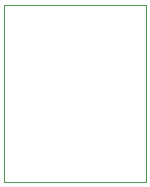
<source format=gbr>
%TF.GenerationSoftware,KiCad,Pcbnew,7.0.1*%
%TF.CreationDate,2024-10-11T19:22:07-04:00*%
%TF.ProjectId,TrackRing,54726163-6b52-4696-9e67-2e6b69636164,rev?*%
%TF.SameCoordinates,Original*%
%TF.FileFunction,Profile,NP*%
%FSLAX46Y46*%
G04 Gerber Fmt 4.6, Leading zero omitted, Abs format (unit mm)*
G04 Created by KiCad (PCBNEW 7.0.1) date 2024-10-11 19:22:07*
%MOMM*%
%LPD*%
G01*
G04 APERTURE LIST*
%TA.AperFunction,Profile*%
%ADD10C,0.100000*%
%TD*%
G04 APERTURE END LIST*
D10*
X20000000Y-20000000D02*
X32000000Y-20000000D01*
X32000000Y-35000000D01*
X20000000Y-35000000D01*
X20000000Y-20000000D01*
M02*

</source>
